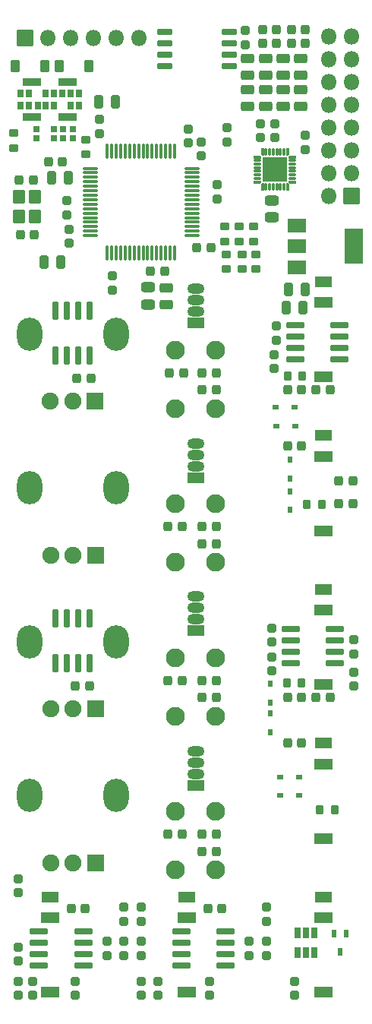
<source format=gbr>
G04 #@! TF.GenerationSoftware,KiCad,Pcbnew,6.0.6+dfsg-1*
G04 #@! TF.CreationDate,2022-08-11T10:33:23+02:00*
G04 #@! TF.ProjectId,demiurge,64656d69-7572-4676-952e-6b696361645f,F*
G04 #@! TF.SameCoordinates,Original*
G04 #@! TF.FileFunction,Soldermask,Top*
G04 #@! TF.FilePolarity,Negative*
%FSLAX46Y46*%
G04 Gerber Fmt 4.6, Leading zero omitted, Abs format (unit mm)*
G04 Created by KiCad (PCBNEW 6.0.6+dfsg-1) date 2022-08-11 10:33:23*
%MOMM*%
%LPD*%
G01*
G04 APERTURE LIST*
G04 Aperture macros list*
%AMRoundRect*
0 Rectangle with rounded corners*
0 $1 Rounding radius*
0 $2 $3 $4 $5 $6 $7 $8 $9 X,Y pos of 4 corners*
0 Add a 4 corners polygon primitive as box body*
4,1,4,$2,$3,$4,$5,$6,$7,$8,$9,$2,$3,0*
0 Add four circle primitives for the rounded corners*
1,1,$1+$1,$2,$3*
1,1,$1+$1,$4,$5*
1,1,$1+$1,$6,$7*
1,1,$1+$1,$8,$9*
0 Add four rect primitives between the rounded corners*
20,1,$1+$1,$2,$3,$4,$5,0*
20,1,$1+$1,$4,$5,$6,$7,0*
20,1,$1+$1,$6,$7,$8,$9,0*
20,1,$1+$1,$8,$9,$2,$3,0*%
%AMFreePoly0*
4,1,27,0.298730,0.146933,0.334085,0.132288,0.350565,0.121276,0.421276,0.050565,0.432288,0.034085,0.446933,-0.001270,0.450800,-0.020711,0.450800,-0.050000,0.446933,-0.069441,0.432288,-0.104796,0.404796,-0.132288,0.369441,-0.146933,0.350000,-0.150800,-0.350000,-0.150800,-0.369441,-0.146933,-0.404796,-0.132288,-0.432288,-0.104796,-0.446933,-0.069441,-0.450800,-0.050000,-0.450800,0.050000,
-0.446933,0.069441,-0.432288,0.104796,-0.404796,0.132288,-0.369441,0.146933,-0.350000,0.150800,0.279289,0.150800,0.298730,0.146933,0.298730,0.146933,$1*%
%AMFreePoly1*
4,1,27,0.369441,0.146933,0.404796,0.132288,0.432288,0.104796,0.446933,0.069441,0.450800,0.050000,0.450800,0.020711,0.446933,0.001271,0.432288,-0.034085,0.421276,-0.050566,0.350565,-0.121276,0.334085,-0.132288,0.298730,-0.146933,0.279289,-0.150800,-0.350000,-0.150800,-0.369441,-0.146933,-0.404796,-0.132288,-0.432288,-0.104796,-0.446933,-0.069441,-0.450800,-0.050000,-0.450800,0.050000,
-0.446933,0.069441,-0.432288,0.104796,-0.404796,0.132288,-0.369441,0.146933,-0.350000,0.150800,0.350000,0.150800,0.369441,0.146933,0.369441,0.146933,$1*%
%AMFreePoly2*
4,1,27,0.069441,0.446933,0.104796,0.432288,0.132288,0.404796,0.146933,0.369441,0.150800,0.350000,0.150800,-0.350000,0.146933,-0.369441,0.132288,-0.404796,0.104796,-0.432288,0.069441,-0.446933,0.050000,-0.450800,-0.050000,-0.450800,-0.069441,-0.446933,-0.104796,-0.432288,-0.132288,-0.404796,-0.146933,-0.369441,-0.150800,-0.350000,-0.150800,0.279289,-0.146933,0.298730,-0.132288,0.334085,
-0.121276,0.350565,-0.050566,0.421276,-0.034085,0.432288,0.001271,0.446933,0.020711,0.450800,0.050000,0.450800,0.069441,0.446933,0.069441,0.446933,$1*%
%AMFreePoly3*
4,1,27,-0.001270,0.446933,0.034085,0.432288,0.050565,0.421276,0.121276,0.350565,0.132288,0.334085,0.146933,0.298730,0.150800,0.279289,0.150800,-0.350000,0.146933,-0.369441,0.132288,-0.404796,0.104796,-0.432288,0.069441,-0.446933,0.050000,-0.450800,-0.050000,-0.450800,-0.069441,-0.446933,-0.104796,-0.432288,-0.132288,-0.404796,-0.146933,-0.369441,-0.150800,-0.350000,-0.150800,0.350000,
-0.146933,0.369441,-0.132288,0.404796,-0.104796,0.432288,-0.069441,0.446933,-0.050000,0.450800,-0.020711,0.450800,-0.001270,0.446933,-0.001270,0.446933,$1*%
%AMFreePoly4*
4,1,27,0.369441,0.146933,0.404796,0.132288,0.432288,0.104796,0.446933,0.069441,0.450800,0.050000,0.450800,-0.050000,0.446933,-0.069441,0.432288,-0.104796,0.404796,-0.132288,0.369441,-0.146933,0.350000,-0.150800,-0.279289,-0.150800,-0.298729,-0.146933,-0.334085,-0.132288,-0.350566,-0.121276,-0.421276,-0.050565,-0.432288,-0.034085,-0.446933,0.001270,-0.450800,0.020711,-0.450800,0.050000,
-0.446933,0.069441,-0.432288,0.104796,-0.404796,0.132288,-0.369441,0.146933,-0.350000,0.150800,0.350000,0.150800,0.369441,0.146933,0.369441,0.146933,$1*%
%AMFreePoly5*
4,1,27,0.369441,0.146933,0.404796,0.132288,0.432288,0.104796,0.446933,0.069441,0.450800,0.050000,0.450800,-0.050000,0.446933,-0.069441,0.432288,-0.104796,0.404796,-0.132288,0.369441,-0.146933,0.350000,-0.150800,-0.350000,-0.150800,-0.369441,-0.146933,-0.404796,-0.132288,-0.432288,-0.104796,-0.446933,-0.069441,-0.450800,-0.050000,-0.450800,-0.020711,-0.446933,-0.001270,-0.432288,0.034085,
-0.421276,0.050565,-0.350566,0.121276,-0.334085,0.132288,-0.298729,0.146933,-0.279289,0.150800,0.350000,0.150800,0.369441,0.146933,0.369441,0.146933,$1*%
%AMFreePoly6*
4,1,27,0.069441,0.446933,0.104796,0.432288,0.132288,0.404796,0.146933,0.369441,0.150800,0.350000,0.150800,-0.279289,0.146933,-0.298729,0.132288,-0.334085,0.121276,-0.350566,0.050565,-0.421276,0.034085,-0.432288,-0.001270,-0.446933,-0.020711,-0.450800,-0.050000,-0.450800,-0.069441,-0.446933,-0.104796,-0.432288,-0.132288,-0.404796,-0.146933,-0.369441,-0.150800,-0.350000,-0.150800,0.350000,
-0.146933,0.369441,-0.132288,0.404796,-0.104796,0.432288,-0.069441,0.446933,-0.050000,0.450800,0.050000,0.450800,0.069441,0.446933,0.069441,0.446933,$1*%
%AMFreePoly7*
4,1,27,0.069441,0.446933,0.104796,0.432288,0.132288,0.404796,0.146933,0.369441,0.150800,0.350000,0.150800,-0.350000,0.146933,-0.369441,0.132288,-0.404796,0.104796,-0.432288,0.069441,-0.446933,0.050000,-0.450800,0.020711,-0.450800,0.001271,-0.446933,-0.034085,-0.432288,-0.050566,-0.421276,-0.121276,-0.350565,-0.132288,-0.334085,-0.146933,-0.298730,-0.150800,-0.279289,-0.150800,0.350000,
-0.146933,0.369441,-0.132288,0.404796,-0.104796,0.432288,-0.069441,0.446933,-0.050000,0.450800,0.050000,0.450800,0.069441,0.446933,0.069441,0.446933,$1*%
G04 Aperture macros list end*
%ADD10RoundRect,0.269550X-0.256250X0.218750X-0.256250X-0.218750X0.256250X-0.218750X0.256250X0.218750X0*%
%ADD11RoundRect,0.269550X0.218750X0.256250X-0.218750X0.256250X-0.218750X-0.256250X0.218750X-0.256250X0*%
%ADD12RoundRect,0.269550X0.256250X-0.218750X0.256250X0.218750X-0.256250X0.218750X-0.256250X-0.218750X0*%
%ADD13RoundRect,0.050800X-1.000000X-0.750000X1.000000X-0.750000X1.000000X0.750000X-1.000000X0.750000X0*%
%ADD14RoundRect,0.050800X-1.000000X-1.900000X1.000000X-1.900000X1.000000X1.900000X-1.000000X1.900000X0*%
%ADD15RoundRect,0.269550X-0.218750X-0.256250X0.218750X-0.256250X0.218750X0.256250X-0.218750X0.256250X0*%
%ADD16RoundRect,0.200800X-0.825000X-0.150000X0.825000X-0.150000X0.825000X0.150000X-0.825000X0.150000X0*%
%ADD17RoundRect,0.294550X-0.456250X0.243750X-0.456250X-0.243750X0.456250X-0.243750X0.456250X0.243750X0*%
%ADD18RoundRect,0.294550X-0.243750X-0.456250X0.243750X-0.456250X0.243750X0.456250X-0.243750X0.456250X0*%
%ADD19RoundRect,0.294550X0.243750X0.456250X-0.243750X0.456250X-0.243750X-0.456250X0.243750X-0.456250X0*%
%ADD20RoundRect,0.050800X0.850000X0.850000X-0.850000X0.850000X-0.850000X-0.850000X0.850000X-0.850000X0*%
%ADD21O,1.801600X1.801600*%
%ADD22RoundRect,0.050800X-0.325000X0.530000X-0.325000X-0.530000X0.325000X-0.530000X0.325000X0.530000X0*%
%ADD23RoundRect,0.200800X-0.150000X0.825000X-0.150000X-0.825000X0.150000X-0.825000X0.150000X0.825000X0*%
%ADD24RoundRect,0.050800X0.850000X-0.850000X0.850000X0.850000X-0.850000X0.850000X-0.850000X-0.850000X0*%
%ADD25RoundRect,0.050800X0.225000X0.350000X-0.225000X0.350000X-0.225000X-0.350000X0.225000X-0.350000X0*%
%ADD26RoundRect,0.125800X-0.700000X-0.075000X0.700000X-0.075000X0.700000X0.075000X-0.700000X0.075000X0*%
%ADD27RoundRect,0.125800X-0.075000X-0.700000X0.075000X-0.700000X0.075000X0.700000X-0.075000X0.700000X0*%
%ADD28FreePoly0,0.000000*%
%ADD29RoundRect,0.100800X-0.350000X-0.050000X0.350000X-0.050000X0.350000X0.050000X-0.350000X0.050000X0*%
%ADD30FreePoly1,0.000000*%
%ADD31FreePoly2,0.000000*%
%ADD32RoundRect,0.100800X-0.050000X-0.350000X0.050000X-0.350000X0.050000X0.350000X-0.050000X0.350000X0*%
%ADD33FreePoly3,0.000000*%
%ADD34FreePoly4,0.000000*%
%ADD35FreePoly5,0.000000*%
%ADD36FreePoly6,0.000000*%
%ADD37FreePoly7,0.000000*%
%ADD38RoundRect,0.050800X-1.325000X-1.325000X1.325000X-1.325000X1.325000X1.325000X-1.325000X1.325000X0*%
%ADD39RoundRect,0.050800X0.450000X0.600000X-0.450000X0.600000X-0.450000X-0.600000X0.450000X-0.600000X0*%
%ADD40RoundRect,0.198300X-0.172500X0.147500X-0.172500X-0.147500X0.172500X-0.147500X0.172500X0.147500X0*%
%ADD41RoundRect,0.050800X-0.600000X0.700000X-0.600000X-0.700000X0.600000X-0.700000X0.600000X0.700000X0*%
%ADD42RoundRect,0.050800X-0.225000X0.300000X-0.225000X-0.300000X0.225000X-0.300000X0.225000X0.300000X0*%
%ADD43RoundRect,0.275800X0.250000X-0.225000X0.250000X0.225000X-0.250000X0.225000X-0.250000X-0.225000X0*%
%ADD44RoundRect,0.275800X-0.250000X0.225000X-0.250000X-0.225000X0.250000X-0.225000X0.250000X0.225000X0*%
%ADD45RoundRect,0.250800X0.275000X-0.200000X0.275000X0.200000X-0.275000X0.200000X-0.275000X-0.200000X0*%
%ADD46RoundRect,0.250800X0.200000X0.275000X-0.200000X0.275000X-0.200000X-0.275000X0.200000X-0.275000X0*%
%ADD47RoundRect,0.275800X0.225000X0.250000X-0.225000X0.250000X-0.225000X-0.250000X0.225000X-0.250000X0*%
%ADD48RoundRect,0.050800X0.225000X-0.300000X0.225000X0.300000X-0.225000X0.300000X-0.225000X-0.300000X0*%
%ADD49RoundRect,0.200800X-0.650000X-0.150000X0.650000X-0.150000X0.650000X0.150000X-0.650000X0.150000X0*%
%ADD50RoundRect,0.250800X-0.200000X-0.275000X0.200000X-0.275000X0.200000X0.275000X-0.200000X0.275000X0*%
%ADD51RoundRect,0.050800X0.300000X0.225000X-0.300000X0.225000X-0.300000X-0.225000X0.300000X-0.225000X0*%
%ADD52RoundRect,0.250800X-0.275000X0.200000X-0.275000X-0.200000X0.275000X-0.200000X0.275000X0.200000X0*%
%ADD53RoundRect,0.300800X0.475000X-0.250000X0.475000X0.250000X-0.475000X0.250000X-0.475000X-0.250000X0*%
%ADD54RoundRect,0.050800X-0.300000X-0.225000X0.300000X-0.225000X0.300000X0.225000X-0.300000X0.225000X0*%
%ADD55RoundRect,0.300800X-0.475000X0.250000X-0.475000X-0.250000X0.475000X-0.250000X0.475000X0.250000X0*%
%ADD56C,2.101600*%
%ADD57RoundRect,0.050800X-0.900000X-0.500000X0.900000X-0.500000X0.900000X0.500000X-0.900000X0.500000X0*%
%ADD58RoundRect,0.050800X-1.000000X-0.500000X1.000000X-0.500000X1.000000X0.500000X-1.000000X0.500000X0*%
%ADD59O,2.821600X3.701600*%
%ADD60RoundRect,0.050800X-0.900000X-0.900000X0.900000X-0.900000X0.900000X0.900000X-0.900000X0.900000X0*%
%ADD61C,1.901600*%
%ADD62RoundRect,0.050800X0.900000X-0.535000X0.900000X0.535000X-0.900000X0.535000X-0.900000X-0.535000X0*%
%ADD63O,1.901600X1.171600*%
%ADD64RoundRect,0.213300X-0.162500X-0.237500X0.162500X-0.237500X0.162500X0.237500X-0.162500X0.237500X0*%
%ADD65RoundRect,0.250800X-0.800000X-0.200000X0.800000X-0.200000X0.800000X0.200000X-0.800000X0.200000X0*%
G04 APERTURE END LIST*
D10*
X83439000Y-74142500D03*
X83439000Y-75717500D03*
D11*
X96190000Y-90170000D03*
X94615000Y-90170000D03*
X96037500Y-107315000D03*
X94462500Y-107315000D03*
X96037500Y-141605000D03*
X94462500Y-141605000D03*
X99847500Y-107315000D03*
X98272500Y-107315000D03*
X99847500Y-109220000D03*
X98272500Y-109220000D03*
X99847500Y-124460000D03*
X98272500Y-124460000D03*
X99847500Y-126365000D03*
X98272500Y-126365000D03*
X109372500Y-98300000D03*
X107797500Y-98300000D03*
X99847500Y-141605000D03*
X98272500Y-141605000D03*
X99847500Y-143510000D03*
X98272500Y-143510000D03*
D10*
X106553000Y-84937500D03*
X106553000Y-86512500D03*
D12*
X91440000Y-151282500D03*
X91440000Y-149707500D03*
X91440000Y-159537500D03*
X91440000Y-157962500D03*
D10*
X93345000Y-157962500D03*
X93345000Y-159537500D03*
X91440000Y-153517500D03*
X91440000Y-155092500D03*
D13*
X108864000Y-73773000D03*
D14*
X115164000Y-76073000D03*
D13*
X108864000Y-76073000D03*
X108864000Y-78373000D03*
D11*
X109772500Y-51876000D03*
X108197500Y-51876000D03*
X106587500Y-51876000D03*
X105012500Y-51876000D03*
D15*
X105012500Y-53400000D03*
X106587500Y-53400000D03*
X108197500Y-53400000D03*
X109772500Y-53400000D03*
D16*
X108125000Y-118745000D03*
X108125000Y-120015000D03*
X108125000Y-121285000D03*
X108125000Y-122555000D03*
X113075000Y-122555000D03*
X113075000Y-121285000D03*
X113075000Y-120015000D03*
X113075000Y-118745000D03*
D17*
X94234000Y-80662500D03*
X94234000Y-82537500D03*
D11*
X112547500Y-92075000D03*
X110972500Y-92075000D03*
D18*
X107901500Y-80899000D03*
X109776500Y-80899000D03*
D17*
X109290000Y-55142500D03*
X109290000Y-57017500D03*
X107315000Y-58600100D03*
X107315000Y-60475100D03*
X107310000Y-55142500D03*
X107310000Y-57017500D03*
X109296200Y-58600100D03*
X109296200Y-60475100D03*
X103352600Y-58600100D03*
X103352600Y-60475100D03*
D15*
X97688300Y-76225400D03*
X99263300Y-76225400D03*
D12*
X87630000Y-155092500D03*
X87630000Y-153517500D03*
X77724000Y-148107500D03*
X77724000Y-146532500D03*
D10*
X77724000Y-154152500D03*
X77724000Y-155727500D03*
D12*
X105410000Y-151282500D03*
X105410000Y-149707500D03*
X89535000Y-151282500D03*
X89535000Y-149707500D03*
D11*
X109372500Y-92075000D03*
X107797500Y-92075000D03*
X115087500Y-104775000D03*
X113512500Y-104775000D03*
X115087500Y-102235000D03*
X113512500Y-102235000D03*
X109372500Y-126365000D03*
X107797500Y-126365000D03*
D10*
X106000000Y-121812500D03*
X106000000Y-123387500D03*
X115200000Y-123512500D03*
X115200000Y-125087500D03*
X106000000Y-118612500D03*
X106000000Y-120187500D03*
X115200000Y-119912500D03*
X115200000Y-121487500D03*
D11*
X99847500Y-92075000D03*
X98272500Y-92075000D03*
X112547500Y-126365000D03*
X110972500Y-126365000D03*
X82702500Y-66675000D03*
X81127500Y-66675000D03*
X99847500Y-90170000D03*
X98272500Y-90170000D03*
D10*
X106300000Y-88112500D03*
X106300000Y-89687500D03*
D16*
X95950000Y-152400000D03*
X95950000Y-153670000D03*
X95950000Y-154940000D03*
X95950000Y-156210000D03*
X100900000Y-156210000D03*
X100900000Y-154940000D03*
X100900000Y-153670000D03*
X100900000Y-152400000D03*
D17*
X105333800Y-58600100D03*
X105333800Y-60475100D03*
X105340000Y-55142500D03*
X105340000Y-57017500D03*
D10*
X105410000Y-153517500D03*
X105410000Y-155092500D03*
X89535000Y-153517500D03*
X89535000Y-155092500D03*
D11*
X100482500Y-149860000D03*
X98907500Y-149860000D03*
D16*
X80075000Y-152400000D03*
X80075000Y-153670000D03*
X80075000Y-154940000D03*
X80075000Y-156210000D03*
X85025000Y-156210000D03*
X85025000Y-154940000D03*
X85025000Y-153670000D03*
X85025000Y-152400000D03*
D18*
X107647500Y-82931000D03*
X109522500Y-82931000D03*
X80596500Y-77825600D03*
X82471500Y-77825600D03*
D11*
X96037500Y-124460000D03*
X94462500Y-124460000D03*
D18*
X86743300Y-59969400D03*
X88618300Y-59969400D03*
D19*
X83360500Y-68453000D03*
X81485500Y-68453000D03*
D20*
X114935000Y-70485000D03*
D21*
X112395000Y-70485000D03*
X114935000Y-67945000D03*
X112395000Y-67945000D03*
X114935000Y-65405000D03*
X112395000Y-65405000D03*
X114935000Y-62865000D03*
X112395000Y-62865000D03*
X114935000Y-60325000D03*
X112395000Y-60325000D03*
X114935000Y-57785000D03*
X112395000Y-57785000D03*
X114935000Y-55245000D03*
X112395000Y-55245000D03*
X114935000Y-52705000D03*
X112395000Y-52705000D03*
D12*
X84150000Y-159537500D03*
X84150000Y-157962500D03*
X99060000Y-159537500D03*
X99060000Y-157962500D03*
X103505000Y-155092500D03*
X103505000Y-153517500D03*
D16*
X108650000Y-84836000D03*
X108650000Y-86106000D03*
X108650000Y-87376000D03*
X108650000Y-88646000D03*
X113600000Y-88646000D03*
X113600000Y-87376000D03*
X113600000Y-86106000D03*
X113600000Y-84836000D03*
D17*
X103350000Y-55142500D03*
X103350000Y-57017500D03*
D11*
X109372500Y-131445000D03*
X107797500Y-131445000D03*
D22*
X110805000Y-152570000D03*
X109855000Y-152570000D03*
X108905000Y-152570000D03*
X108905000Y-154770000D03*
X109855000Y-154770000D03*
X110805000Y-154770000D03*
D23*
X85725000Y-117540000D03*
X84455000Y-117540000D03*
X83185000Y-117540000D03*
X81915000Y-117540000D03*
X81915000Y-122490000D03*
X83185000Y-122490000D03*
X84455000Y-122490000D03*
X85725000Y-122490000D03*
D11*
X85877500Y-90805000D03*
X84302500Y-90805000D03*
X85725000Y-125095000D03*
X84150000Y-125095000D03*
D10*
X77724000Y-157962500D03*
X77724000Y-159537500D03*
X79375000Y-157962500D03*
X79375000Y-159537500D03*
D24*
X78486000Y-52832000D03*
D21*
X81026000Y-52832000D03*
X83566000Y-52832000D03*
X86106000Y-52832000D03*
X88646000Y-52832000D03*
X91186000Y-52832000D03*
D12*
X108585000Y-159537500D03*
X108585000Y-157962500D03*
D25*
X114315000Y-152670000D03*
X113015000Y-152670000D03*
X113665000Y-154670000D03*
D11*
X85242500Y-149860000D03*
X83667500Y-149860000D03*
D26*
X85765000Y-67370000D03*
X85765000Y-67870000D03*
X85765000Y-68370000D03*
X85765000Y-68870000D03*
X85765000Y-69370000D03*
X85765000Y-69870000D03*
X85765000Y-70370000D03*
X85765000Y-70870000D03*
X85765000Y-71370000D03*
X85765000Y-71870000D03*
X85765000Y-72370000D03*
X85765000Y-72870000D03*
X85765000Y-73370000D03*
X85765000Y-73870000D03*
X85765000Y-74370000D03*
X85765000Y-74870000D03*
D27*
X87690000Y-76795000D03*
X88190000Y-76795000D03*
X88690000Y-76795000D03*
X89190000Y-76795000D03*
X89690000Y-76795000D03*
X90190000Y-76795000D03*
X90690000Y-76795000D03*
X91190000Y-76795000D03*
X91690000Y-76795000D03*
X92190000Y-76795000D03*
X92690000Y-76795000D03*
X93190000Y-76795000D03*
X93690000Y-76795000D03*
X94190000Y-76795000D03*
X94690000Y-76795000D03*
X95190000Y-76795000D03*
D26*
X97115000Y-74870000D03*
X97115000Y-74370000D03*
X97115000Y-73870000D03*
X97115000Y-73370000D03*
X97115000Y-72870000D03*
X97115000Y-72370000D03*
X97115000Y-71870000D03*
X97115000Y-71370000D03*
X97115000Y-70870000D03*
X97115000Y-70370000D03*
X97115000Y-69870000D03*
X97115000Y-69370000D03*
X97115000Y-68870000D03*
X97115000Y-68370000D03*
X97115000Y-67870000D03*
X97115000Y-67370000D03*
D27*
X95190000Y-65445000D03*
X94690000Y-65445000D03*
X94190000Y-65445000D03*
X93690000Y-65445000D03*
X93190000Y-65445000D03*
X92690000Y-65445000D03*
X92190000Y-65445000D03*
X91690000Y-65445000D03*
X91190000Y-65445000D03*
X90690000Y-65445000D03*
X90190000Y-65445000D03*
X89690000Y-65445000D03*
X89190000Y-65445000D03*
X88690000Y-65445000D03*
X88190000Y-65445000D03*
X87690000Y-65445000D03*
D28*
X104450000Y-66100000D03*
D29*
X104450000Y-66500000D03*
X104450000Y-66900000D03*
X104450000Y-67300000D03*
X104450000Y-67700000D03*
X104450000Y-68100000D03*
X104450000Y-68500000D03*
D30*
X104450000Y-68900000D03*
D31*
X105000000Y-69450000D03*
D32*
X105400000Y-69450000D03*
X105800000Y-69450000D03*
X106200000Y-69450000D03*
X106600000Y-69450000D03*
X107000000Y-69450000D03*
X107400000Y-69450000D03*
D33*
X107800000Y-69450000D03*
D34*
X108350000Y-68900000D03*
D29*
X108350000Y-68500000D03*
X108350000Y-68100000D03*
X108350000Y-67700000D03*
X108350000Y-67300000D03*
X108350000Y-66900000D03*
X108350000Y-66500000D03*
D35*
X108350000Y-66100000D03*
D36*
X107800000Y-65550000D03*
D32*
X107400000Y-65550000D03*
X107000000Y-65550000D03*
X106600000Y-65550000D03*
X106200000Y-65550000D03*
X105800000Y-65550000D03*
X105400000Y-65550000D03*
D37*
X105000000Y-65550000D03*
D38*
X106400000Y-67500000D03*
D23*
X85725000Y-83250000D03*
X84455000Y-83250000D03*
X83185000Y-83250000D03*
X81915000Y-83250000D03*
X81915000Y-88200000D03*
X83185000Y-88200000D03*
X84455000Y-88200000D03*
X85725000Y-88200000D03*
D10*
X88265000Y-79349500D03*
X88265000Y-80924500D03*
X83185000Y-70967500D03*
X83185000Y-72542500D03*
D39*
X85650000Y-56000000D03*
X82350000Y-56000000D03*
D40*
X82750000Y-63015000D03*
X82750000Y-63985000D03*
X81700000Y-63015000D03*
X81700000Y-63985000D03*
X83820000Y-63015000D03*
X83820000Y-63985000D03*
X79800000Y-63015000D03*
X79800000Y-63985000D03*
D15*
X77870089Y-68669011D03*
X79445089Y-68669011D03*
X77971689Y-74739611D03*
X79546689Y-74739611D03*
D41*
X77883789Y-70566211D03*
X77883789Y-72766211D03*
X79583789Y-72766211D03*
X79583789Y-70566211D03*
D42*
X108100000Y-99850000D03*
X108100000Y-101950000D03*
D43*
X98200000Y-65975000D03*
X98200000Y-64425000D03*
D44*
X104800000Y-62425000D03*
X104800000Y-63975000D03*
D45*
X102700000Y-78625000D03*
X102700000Y-76975000D03*
D46*
X113025000Y-138900000D03*
X111375000Y-138900000D03*
D47*
X94075000Y-78800000D03*
X92525000Y-78800000D03*
D48*
X105900000Y-130250000D03*
X105900000Y-128150000D03*
D46*
X111625000Y-104800000D03*
X109975000Y-104800000D03*
D43*
X109800000Y-65275000D03*
X109800000Y-63725000D03*
D49*
X94090000Y-52165000D03*
X94090000Y-53435000D03*
X94090000Y-54705000D03*
X94090000Y-55975000D03*
X101290000Y-55975000D03*
X101290000Y-54705000D03*
X101290000Y-53435000D03*
X101290000Y-52165000D03*
D50*
X107700000Y-124700000D03*
X109350000Y-124700000D03*
D51*
X109050000Y-137300000D03*
X106950000Y-137300000D03*
D52*
X85300000Y-64173600D03*
X85300000Y-65823600D03*
D44*
X101041200Y-62877400D03*
X101041200Y-64427400D03*
D45*
X100800000Y-75525000D03*
X100800000Y-73875000D03*
X102400000Y-75525000D03*
X102400000Y-73875000D03*
D43*
X106400000Y-63975000D03*
X106400000Y-62425000D03*
D53*
X106000000Y-72850000D03*
X106000000Y-70950000D03*
D43*
X86800000Y-63475000D03*
X86800000Y-61925000D03*
X96700000Y-64554400D03*
X96700000Y-63004400D03*
D45*
X104300000Y-78625000D03*
X104300000Y-76975000D03*
X101000000Y-78625000D03*
X101000000Y-76975000D03*
D54*
X106450000Y-94000000D03*
X108550000Y-94000000D03*
D50*
X107775000Y-90500000D03*
X109425000Y-90500000D03*
D45*
X77241400Y-65112400D03*
X77241400Y-63462400D03*
D42*
X105900000Y-124850000D03*
X105900000Y-126950000D03*
D44*
X103100000Y-52025000D03*
X103100000Y-53575000D03*
D45*
X104000000Y-75525000D03*
X104000000Y-73875000D03*
D48*
X108100000Y-105450000D03*
X108100000Y-103350000D03*
D44*
X99900000Y-69225000D03*
X99900000Y-70775000D03*
D39*
X80750000Y-56000000D03*
X77450000Y-56000000D03*
D54*
X106550000Y-96100000D03*
X108650000Y-96100000D03*
D55*
X92200000Y-80650000D03*
X92200000Y-82550000D03*
D51*
X109050000Y-135200000D03*
X106950000Y-135200000D03*
D56*
X95250000Y-104775000D03*
X95250000Y-111275000D03*
X99750000Y-104775000D03*
X99750000Y-111275000D03*
X95250000Y-121920000D03*
X95250000Y-128420000D03*
X99750000Y-121920000D03*
X99750000Y-128420000D03*
D57*
X111760000Y-148590000D03*
D58*
X111760000Y-159225000D03*
X111760000Y-150925000D03*
D57*
X111760000Y-80010000D03*
D58*
X111760000Y-90645000D03*
X111760000Y-82345000D03*
D56*
X95250000Y-139065000D03*
X95250000Y-145565000D03*
X99750000Y-145565000D03*
X99750000Y-139065000D03*
D57*
X96520000Y-148590000D03*
D58*
X96520000Y-159225000D03*
X96520000Y-150925000D03*
D59*
X88646000Y-85845000D03*
X79046000Y-85845000D03*
D60*
X86346000Y-93345000D03*
D61*
X83846000Y-93345000D03*
X81346000Y-93345000D03*
D59*
X88660000Y-137280000D03*
X79060000Y-137280000D03*
D60*
X86360000Y-144780000D03*
D61*
X83860000Y-144780000D03*
X81360000Y-144780000D03*
D57*
X111760000Y-131445000D03*
D58*
X111760000Y-142080000D03*
X111760000Y-133780000D03*
D57*
X111760000Y-114300000D03*
D58*
X111760000Y-124935000D03*
X111760000Y-116635000D03*
D57*
X111760000Y-97155000D03*
D58*
X111760000Y-107790000D03*
X111760000Y-99490000D03*
D59*
X79060000Y-102990000D03*
X88660000Y-102990000D03*
D60*
X86360000Y-110490000D03*
D61*
X83860000Y-110490000D03*
X81360000Y-110490000D03*
D59*
X79060000Y-120135000D03*
X88660000Y-120135000D03*
D60*
X86360000Y-127635000D03*
D61*
X83860000Y-127635000D03*
X81360000Y-127635000D03*
D56*
X95250000Y-87630000D03*
X95250000Y-94130000D03*
X99750000Y-87630000D03*
X99750000Y-94130000D03*
D57*
X81280000Y-148590000D03*
D58*
X81280000Y-159225000D03*
X81280000Y-150925000D03*
D62*
X97536000Y-84582000D03*
D63*
X97536000Y-83312000D03*
X97536000Y-82042000D03*
X97536000Y-80772000D03*
D62*
X97536000Y-101854000D03*
D63*
X97536000Y-100584000D03*
X97536000Y-99314000D03*
X97536000Y-98044000D03*
D62*
X97536000Y-136144000D03*
D63*
X97536000Y-134874000D03*
X97536000Y-133604000D03*
X97536000Y-132334000D03*
D62*
X97536000Y-118872000D03*
D63*
X97536000Y-117602000D03*
X97536000Y-116332000D03*
X97536000Y-115062000D03*
D64*
X78030000Y-60390000D03*
X78980000Y-60390000D03*
X79930000Y-60390000D03*
X80830000Y-60390000D03*
X81730000Y-60390000D03*
X83580000Y-60390000D03*
X84530000Y-60390000D03*
X84530000Y-58990000D03*
X83580000Y-58990000D03*
X82630000Y-58990000D03*
X81730000Y-58990000D03*
X80830000Y-58990000D03*
X78980000Y-58990000D03*
X78030000Y-58990000D03*
D65*
X83280000Y-57760000D03*
X83280000Y-61630000D03*
X79280000Y-57760000D03*
X79280000Y-61620000D03*
M02*

</source>
